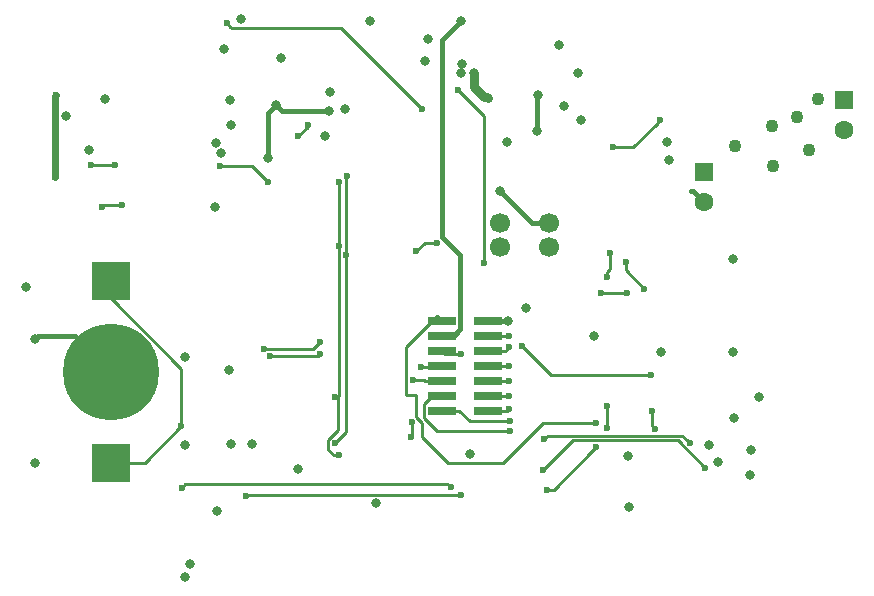
<source format=gbl>
G04 #@! TF.GenerationSoftware,KiCad,Pcbnew,(5.0.0-rc2-dev-70-g2da7199a3)*
G04 #@! TF.CreationDate,2018-03-19T21:37:12-04:00*
G04 #@! TF.ProjectId,processor,70726F636573736F722E6B696361645F,rev?*
G04 #@! TF.SameCoordinates,Original*
G04 #@! TF.FileFunction,Copper,L4,Bot,Signal*
G04 #@! TF.FilePolarity,Positive*
%FSLAX46Y46*%
G04 Gerber Fmt 4.6, Leading zero omitted, Abs format (unit mm)*
G04 Created by KiCad (PCBNEW (5.0.0-rc2-dev-70-g2da7199a3)) date 03/19/18 21:37:12*
%MOMM*%
%LPD*%
G01*
G04 APERTURE LIST*
%ADD10C,1.700000*%
%ADD11R,3.200000X3.200000*%
%ADD12C,8.130000*%
%ADD13R,2.400000X0.760000*%
%ADD14R,1.600000X1.600000*%
%ADD15C,1.600000*%
%ADD16C,1.100000*%
%ADD17C,0.800000*%
%ADD18C,0.600000*%
%ADD19C,0.450000*%
%ADD20C,0.250000*%
%ADD21C,0.800000*%
%ADD22C,0.600000*%
G04 APERTURE END LIST*
D10*
X42600000Y-20700000D03*
X42600000Y-18700000D03*
D11*
X9600000Y-23600000D03*
X9600000Y-39000000D03*
D12*
X9600000Y-31300000D03*
D10*
X46700000Y-20700000D03*
X46700000Y-18700000D03*
D13*
X41550000Y-34610000D03*
X37650000Y-34610000D03*
X41550000Y-33340000D03*
X37650000Y-33340000D03*
X41550000Y-32070000D03*
X37650000Y-32070000D03*
X41550000Y-30800000D03*
X37650000Y-30800000D03*
X41550000Y-29530000D03*
X37650000Y-29530000D03*
X41550000Y-28260000D03*
X37650000Y-28260000D03*
X41550000Y-26990000D03*
X37650000Y-26990000D03*
D14*
X59800000Y-14400000D03*
D15*
X59800000Y-16900000D03*
D14*
X71700000Y-8300000D03*
D15*
X71700000Y-10800000D03*
D16*
X69500000Y-8200000D03*
X67700000Y-9700000D03*
D17*
X50564576Y-28226230D03*
X53400000Y-38400000D03*
X18500000Y-11900000D03*
X18400000Y-17300000D03*
X48000000Y-8800000D03*
X49417688Y-9942413D03*
X43200000Y-11800000D03*
D16*
X65700000Y-13899998D03*
D17*
X56700000Y-11800000D03*
X56900000Y-13400000D03*
D16*
X68700000Y-12500000D03*
X65600000Y-10500000D03*
X62500000Y-12200000D03*
D17*
X53500000Y-42700000D03*
X18911096Y-12756449D03*
X19800000Y-10400000D03*
X19700000Y-8300000D03*
D18*
X37200000Y-20400000D03*
X35500000Y-21100000D03*
X51900000Y-21200000D03*
X51600000Y-23300000D03*
X21100000Y-41800000D03*
X50700000Y-37700000D03*
X53200000Y-21999998D03*
X59900000Y-39400000D03*
D17*
X25479804Y-39520196D03*
X15913622Y-48673497D03*
X62400000Y-35200000D03*
X61023542Y-38923542D03*
X64500000Y-33400000D03*
X19200000Y-4000000D03*
X36440492Y-3106882D03*
X63809741Y-37882922D03*
X16300000Y-47600000D03*
X7770405Y-12535014D03*
X44759712Y-25872905D03*
X21605916Y-37392445D03*
X15912418Y-37514122D03*
X15933149Y-30078779D03*
X60280626Y-37460314D03*
X9122182Y-8164543D03*
D18*
X58669363Y-37356175D03*
X46300000Y-37000000D03*
X28900000Y-15200000D03*
X28900002Y-20600000D03*
X51100000Y-24600002D03*
X53300000Y-24600000D03*
X55455013Y-34574968D03*
X55700000Y-36124979D03*
X29600000Y-14700000D03*
X29572784Y-21431481D03*
X56137135Y-9973541D03*
X52100000Y-12300000D03*
X18849964Y-13900000D03*
X22900000Y-15200000D03*
X26272308Y-10408117D03*
X25500000Y-11300000D03*
D17*
X45758495Y-7833591D03*
X45700000Y-10900000D03*
X42572695Y-15972695D03*
X41576070Y-8071787D03*
X23599996Y-8704745D03*
X22900000Y-13200000D03*
X28072813Y-9250000D03*
D18*
X55375010Y-31599992D03*
D17*
X39263103Y-6029842D03*
X39346116Y-5216308D03*
X2400000Y-24100000D03*
X5800000Y-9600000D03*
X28164020Y-7567133D03*
X27759599Y-11369260D03*
X49200000Y-6000000D03*
X62300000Y-29600000D03*
X56200000Y-29600000D03*
X36200000Y-5000000D03*
X19800000Y-37400000D03*
X19600000Y-31100000D03*
X62300000Y-21750000D03*
X29431213Y-9023098D03*
X20600000Y-1424990D03*
X40036138Y-38224990D03*
X63720617Y-40036753D03*
X32095000Y-42400000D03*
X43235000Y-26965000D03*
X18584356Y-43120569D03*
X3200000Y-28500000D03*
X3164876Y-39007222D03*
X31600000Y-1600000D03*
X24050000Y-4750000D03*
X47579479Y-3643584D03*
D18*
X51595828Y-36022221D03*
X51615929Y-34151638D03*
D17*
X39227153Y-1598476D03*
D18*
X43300000Y-28300002D03*
X39284562Y-41717258D03*
X46532623Y-41265565D03*
X19427304Y-1772694D03*
X41206592Y-22070708D03*
X38976722Y-7430461D03*
X35954422Y-9068420D03*
X54800000Y-24300000D03*
X35000000Y-36800000D03*
X35135453Y-35549342D03*
X35200000Y-32000000D03*
X46226001Y-39613953D03*
X35900000Y-30900000D03*
X28600000Y-33400000D03*
X28908506Y-38360318D03*
X27324990Y-28800000D03*
X22549388Y-29349388D03*
X27324990Y-29790914D03*
X23100000Y-29924388D03*
X28603481Y-37362053D03*
X8900000Y-17300000D03*
X10600000Y-17200000D03*
X15617244Y-41121668D03*
X38386402Y-41080135D03*
X15600000Y-35900000D03*
X4964302Y-7874573D03*
X4900000Y-14800000D03*
X50700000Y-35600000D03*
X43300000Y-32100000D03*
X43400000Y-35500000D03*
X43300000Y-33300000D03*
X43311577Y-34450078D03*
D17*
X40346321Y-5963711D03*
D18*
X43300000Y-30800000D03*
X43293406Y-29224990D03*
X7900000Y-13800000D03*
X10000004Y-13800000D03*
X43400002Y-36300000D03*
X39300000Y-29800000D03*
X44400000Y-29100000D03*
D19*
X59800000Y-16900000D02*
X58900000Y-16000000D01*
X58900000Y-16000000D02*
X58700000Y-16000000D01*
D20*
X36200000Y-20400000D02*
X35500000Y-21100000D01*
X37200000Y-20400000D02*
X36200000Y-20400000D01*
D19*
X37650000Y-19850998D02*
X37650000Y-3175629D01*
X37650000Y-28260000D02*
X38635002Y-28260000D01*
X38635002Y-28260000D02*
X39225001Y-27670001D01*
X39225001Y-21425999D02*
X37650000Y-19850998D01*
X38827154Y-1998475D02*
X39227153Y-1598476D01*
X37650000Y-3175629D02*
X38827154Y-1998475D01*
X39225001Y-27670001D02*
X39225001Y-21425999D01*
D20*
X51900000Y-22575736D02*
X51900000Y-21200000D01*
X51600000Y-23300000D02*
X51600000Y-22875736D01*
X51600000Y-22875736D02*
X51900000Y-22575736D01*
X39284562Y-41717258D02*
X21182742Y-41717258D01*
X21182742Y-41717258D02*
X21100000Y-41800000D01*
X47134435Y-41265565D02*
X50400001Y-37999999D01*
X46532623Y-41265565D02*
X47134435Y-41265565D01*
X50400001Y-37999999D02*
X50700000Y-37700000D01*
X53200000Y-22700000D02*
X53200000Y-22424262D01*
X53200000Y-22424262D02*
X53200000Y-21999998D01*
X54800000Y-24300000D02*
X53200000Y-22700000D01*
X46226001Y-39613953D02*
X48739954Y-37100000D01*
X48739954Y-37100000D02*
X57600000Y-37100000D01*
X57600000Y-37100000D02*
X59900000Y-39400000D01*
X46300000Y-37000000D02*
X46600011Y-36699989D01*
X46600011Y-36699989D02*
X58013177Y-36699989D01*
X58369364Y-37056176D02*
X58669363Y-37356175D01*
X58013177Y-36699989D02*
X58369364Y-37056176D01*
X28900000Y-15400000D02*
X28900000Y-20599998D01*
X28900000Y-20599998D02*
X28900002Y-20600000D01*
X28900002Y-33379248D02*
X28900002Y-21024264D01*
X28900002Y-21024264D02*
X28900002Y-20600000D01*
X28879250Y-33400000D02*
X28900002Y-33379248D01*
X53300000Y-24600000D02*
X51100002Y-24600000D01*
X51100002Y-24600000D02*
X51100000Y-24600002D01*
X55455013Y-35879992D02*
X55700000Y-36124979D01*
X55455013Y-34574968D02*
X55455013Y-35879992D01*
X29572784Y-14727216D02*
X29600000Y-14700000D01*
X29572784Y-21431481D02*
X29572784Y-14727216D01*
X29572784Y-36392750D02*
X29572784Y-21855745D01*
X29572784Y-21855745D02*
X29572784Y-21431481D01*
X28603481Y-37362053D02*
X29572784Y-36392750D01*
X38386402Y-41080135D02*
X38086403Y-40780136D01*
X15958776Y-40780136D02*
X15917243Y-40821669D01*
X15917243Y-40821669D02*
X15617244Y-41121668D01*
X38086403Y-40780136D02*
X15958776Y-40780136D01*
X55837136Y-10273540D02*
X56137135Y-9973541D01*
X52100000Y-12300000D02*
X53810676Y-12300000D01*
X53810676Y-12300000D02*
X55837136Y-10273540D01*
X19274228Y-13900000D02*
X18849964Y-13900000D01*
X21600000Y-13900000D02*
X19274228Y-13900000D01*
X22900000Y-15200000D02*
X21600000Y-13900000D01*
X25500000Y-11300000D02*
X26272308Y-10527692D01*
X26272308Y-10527692D02*
X26272308Y-10408117D01*
X36000000Y-35600701D02*
X35500000Y-35100701D01*
X42800000Y-39000000D02*
X38200000Y-39000000D01*
X36000000Y-36800000D02*
X36000000Y-35600701D01*
X35500000Y-35100701D02*
X35500000Y-33274989D01*
X38200000Y-39000000D02*
X36000000Y-36800000D01*
X50700000Y-35600000D02*
X46200000Y-35600000D01*
X46200000Y-35600000D02*
X42800000Y-39000000D01*
X35500000Y-33274989D02*
X34674989Y-33274989D01*
X34674989Y-33274989D02*
X34624999Y-33224999D01*
X34624999Y-33224999D02*
X34624999Y-29195001D01*
X34624999Y-29195001D02*
X37220000Y-26600000D01*
X37220000Y-26600000D02*
X37260000Y-26600000D01*
X37260000Y-26600000D02*
X37650000Y-26990000D01*
D19*
X45700000Y-7892086D02*
X45758495Y-7833591D01*
X45700000Y-10900000D02*
X45700000Y-7892086D01*
X46700000Y-18700000D02*
X45300000Y-18700000D01*
X45300000Y-18700000D02*
X42972694Y-16372694D01*
X42972694Y-16372694D02*
X42572695Y-15972695D01*
D21*
X40346321Y-7146321D02*
X41200000Y-8000000D01*
X41200000Y-8000000D02*
X41504283Y-8000000D01*
X41504283Y-8000000D02*
X41576070Y-8071787D01*
X40346321Y-5963711D02*
X40346321Y-7146321D01*
D19*
X23199997Y-9104744D02*
X23599996Y-8704745D01*
X28072813Y-9250000D02*
X24145251Y-9250000D01*
X23999995Y-9104744D02*
X23599996Y-8704745D01*
X24145251Y-9250000D02*
X23999995Y-9104744D01*
X22900000Y-9404741D02*
X23199997Y-9104744D01*
X22900000Y-13200000D02*
X22900000Y-9404741D01*
D20*
X46899992Y-31599992D02*
X54950746Y-31599992D01*
X44400000Y-29100000D02*
X46899992Y-31599992D01*
X54950746Y-31599992D02*
X55375010Y-31599992D01*
D19*
X41550000Y-26990000D02*
X43210000Y-26990000D01*
X43210000Y-26990000D02*
X43235000Y-26965000D01*
X9600000Y-31300000D02*
X6582762Y-28282762D01*
X6582762Y-28282762D02*
X3417238Y-28282762D01*
X3417238Y-28282762D02*
X3200000Y-28500000D01*
D20*
X51615929Y-36002120D02*
X51595828Y-36022221D01*
X51615929Y-34151638D02*
X51615929Y-36002120D01*
X41550000Y-28260000D02*
X43259998Y-28260000D01*
X43259998Y-28260000D02*
X43300000Y-28300002D01*
X19727303Y-2072693D02*
X19427304Y-1772694D01*
X19877303Y-2222693D02*
X19727303Y-2072693D01*
X35954422Y-9068420D02*
X29108695Y-2222693D01*
X29108695Y-2222693D02*
X19877303Y-2222693D01*
X38976722Y-7430461D02*
X41206592Y-9660331D01*
X41206592Y-21646444D02*
X41206592Y-22070708D01*
X41206592Y-9660331D02*
X41206592Y-21646444D01*
X35135453Y-36664547D02*
X35000000Y-36800000D01*
X35135453Y-35549342D02*
X35135453Y-36664547D01*
X36130000Y-32000000D02*
X35200000Y-32000000D01*
X37650000Y-32070000D02*
X36200000Y-32070000D01*
X36200000Y-32070000D02*
X36130000Y-32000000D01*
X35900000Y-30900000D02*
X37550000Y-30900000D01*
X37550000Y-30900000D02*
X37650000Y-30800000D01*
X28879250Y-33400000D02*
X28600000Y-33400000D01*
X28879250Y-33400000D02*
X28879250Y-36235279D01*
X28879250Y-36235279D02*
X28028479Y-37086051D01*
X28028479Y-37086051D02*
X28028479Y-37904555D01*
X28484242Y-38360318D02*
X28908506Y-38360318D01*
X28028479Y-37904555D02*
X28484242Y-38360318D01*
X22549388Y-29349388D02*
X26775602Y-29349388D01*
X26775602Y-29349388D02*
X27024991Y-29099999D01*
X27024991Y-29099999D02*
X27324990Y-28800000D01*
X27191516Y-29924388D02*
X27324990Y-29790914D01*
X23100000Y-29924388D02*
X27191516Y-29924388D01*
X9000000Y-17200000D02*
X8900000Y-17300000D01*
X10600000Y-17200000D02*
X9000000Y-17200000D01*
X15600000Y-35475736D02*
X15600000Y-35900000D01*
X9600000Y-25082601D02*
X15600000Y-31082601D01*
X15600000Y-31082601D02*
X15600000Y-35475736D01*
X9600000Y-23600000D02*
X9600000Y-25082601D01*
X9600000Y-39000000D02*
X12500000Y-39000000D01*
X12500000Y-39000000D02*
X15600000Y-35900000D01*
D22*
X4900000Y-7938875D02*
X4964302Y-7874573D01*
X4900000Y-14800000D02*
X4900000Y-7938875D01*
D20*
X43270000Y-32070000D02*
X43300000Y-32100000D01*
X41550000Y-32070000D02*
X43270000Y-32070000D01*
X42975736Y-35500000D02*
X43400000Y-35500000D01*
X39100000Y-34610000D02*
X39990000Y-35500000D01*
X37650000Y-34610000D02*
X39100000Y-34610000D01*
X39990000Y-35500000D02*
X42975736Y-35500000D01*
X43260000Y-33340000D02*
X43300000Y-33300000D01*
X41550000Y-33340000D02*
X43260000Y-33340000D01*
X43151655Y-34610000D02*
X43311577Y-34450078D01*
X41550000Y-34610000D02*
X43151655Y-34610000D01*
X41550000Y-30800000D02*
X43300000Y-30800000D01*
X43000000Y-29530000D02*
X43293406Y-29236594D01*
X41550000Y-29530000D02*
X43000000Y-29530000D01*
X43293406Y-29236594D02*
X43293406Y-29224990D01*
X7900000Y-13800000D02*
X10000004Y-13800000D01*
X37650000Y-33340000D02*
X36830000Y-33340000D01*
X37264998Y-36300000D02*
X42975738Y-36300000D01*
X36174999Y-35210001D02*
X37264998Y-36300000D01*
X42975738Y-36300000D02*
X43400002Y-36300000D01*
X36174999Y-33995001D02*
X36174999Y-35210001D01*
X36830000Y-33340000D02*
X36174999Y-33995001D01*
X39300000Y-29800000D02*
X37920000Y-29800000D01*
X37920000Y-29800000D02*
X37650000Y-29530000D01*
M02*

</source>
